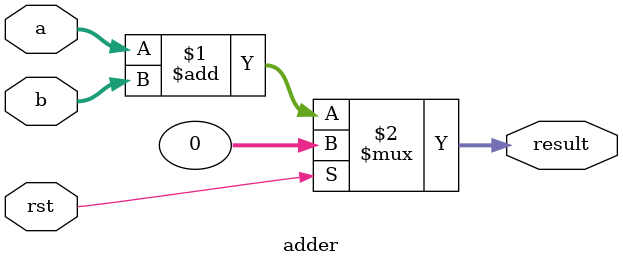
<source format=v>
module adder(
    input [31:0] a,
    input [31:0] b,
    input rst,
    output [31:0] result
);

assign result = rst ? 32'b0: a+b;

endmodule // aluinput [31:0] a,

</source>
